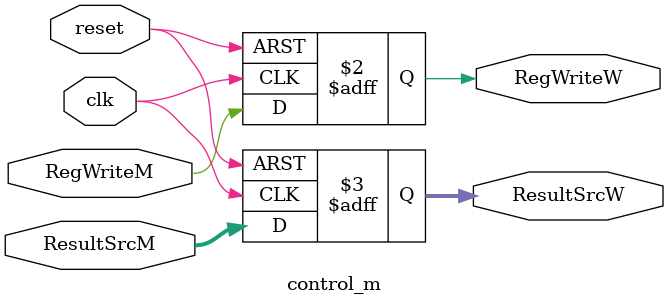
<source format=v>
`timescale 1ns / 1ps


module control_m(clk, reset, RegWriteM, ResultSrcM, RegWriteW, 
ResultSrcW);
input clk, reset, RegWriteM;
input [1:0] ResultSrcM;
output reg  RegWriteW;
output reg [1:0] ResultSrcW;
always @(posedge clk, posedge reset)
begin   
    if(reset)
    begin
        RegWriteW <= 0;
        ResultSrcW <= 0;
    end
    else
    begin
        RegWriteW <= RegWriteM;
        ResultSrcW <= ResultSrcM;
    end
end
endmodule

</source>
